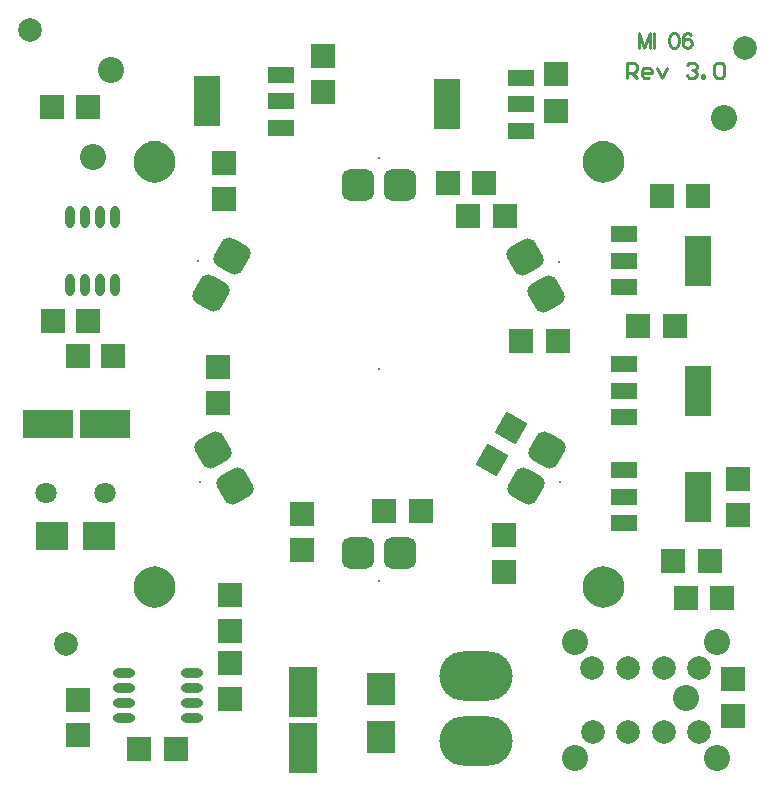
<source format=gts>
G04 Layer_Color=8388736*
%FSLAX44Y44*%
%MOMM*%
G71*
G01*
G75*
%ADD11C,2.0000*%
%ADD35C,0.2540*%
%ADD43C,2.2032*%
%ADD44R,2.2032X1.4032*%
%ADD45R,2.2032X4.2032*%
%ADD46R,2.0532X2.0532*%
%ADD47R,2.0532X2.0532*%
G04:AMPARAMS|DCode=48|XSize=2.7032mm|YSize=2.7032mm|CornerRadius=0.7266mm|HoleSize=0mm|Usage=FLASHONLY|Rotation=240.000|XOffset=0mm|YOffset=0mm|HoleType=Round|Shape=RoundedRectangle|*
%AMROUNDEDRECTD48*
21,1,2.7032,1.2500,0,0,240.0*
21,1,1.2500,2.7032,0,0,240.0*
1,1,1.4532,-0.8538,-0.2288*
1,1,1.4532,-0.2288,0.8538*
1,1,1.4532,0.8538,0.2288*
1,1,1.4532,0.2288,-0.8538*
%
%ADD48ROUNDEDRECTD48*%
G04:AMPARAMS|DCode=49|XSize=2.7032mm|YSize=2.7032mm|CornerRadius=0.7266mm|HoleSize=0mm|Usage=FLASHONLY|Rotation=120.000|XOffset=0mm|YOffset=0mm|HoleType=Round|Shape=RoundedRectangle|*
%AMROUNDEDRECTD49*
21,1,2.7032,1.2500,0,0,120.0*
21,1,1.2500,2.7032,0,0,120.0*
1,1,1.4532,0.2288,0.8538*
1,1,1.4532,0.8538,-0.2288*
1,1,1.4532,-0.2288,-0.8538*
1,1,1.4532,-0.8538,0.2288*
%
%ADD49ROUNDEDRECTD49*%
G04:AMPARAMS|DCode=50|XSize=2.7032mm|YSize=2.7032mm|CornerRadius=0.7266mm|HoleSize=0mm|Usage=FLASHONLY|Rotation=180.000|XOffset=0mm|YOffset=0mm|HoleType=Round|Shape=RoundedRectangle|*
%AMROUNDEDRECTD50*
21,1,2.7032,1.2500,0,0,180.0*
21,1,1.2500,2.7032,0,0,180.0*
1,1,1.4532,-0.6250,0.6250*
1,1,1.4532,0.6250,0.6250*
1,1,1.4532,0.6250,-0.6250*
1,1,1.4532,-0.6250,-0.6250*
%
%ADD50ROUNDEDRECTD50*%
%ADD51O,0.8032X1.9032*%
%ADD52C,1.2032*%
%ADD53R,2.4032X4.3532*%
%ADD54R,2.7032X2.3532*%
%ADD55R,2.1532X2.0532*%
%ADD56O,1.9032X0.8032*%
%ADD57R,2.3532X2.7032*%
%ADD58O,6.2032X4.2032*%
%ADD59P,2.9037X4X375.0*%
%ADD60R,2.0532X2.1532*%
%ADD61R,4.3532X2.4032*%
%ADD62C,0.2032*%
%ADD63C,2.0032*%
%ADD64C,1.8032*%
%ADD65C,3.2032*%
G36*
X1158631Y670947D02*
X1161929Y669946D01*
X1164969Y668321D01*
X1167634Y666134D01*
X1169821Y663469D01*
X1171446Y660429D01*
X1172447Y657131D01*
X1172785Y653700D01*
X1172447Y650269D01*
X1171446Y646971D01*
X1169821Y643931D01*
X1167634Y641266D01*
X1164969Y639079D01*
X1161929Y637454D01*
X1158631Y636453D01*
X1155200Y636115D01*
X1151769Y636453D01*
X1148471Y637454D01*
X1145430Y639079D01*
X1142766Y641266D01*
X1140579Y643931D01*
X1138954Y646971D01*
X1137953Y650269D01*
X1137615Y653700D01*
X1137953Y657131D01*
X1138954Y660429D01*
X1140579Y663469D01*
X1142766Y666134D01*
X1145430Y668321D01*
X1148471Y669946D01*
X1151769Y670947D01*
X1155200Y671285D01*
X1158631Y670947D01*
D02*
G37*
G36*
X778631D02*
X781929Y669946D01*
X784969Y668321D01*
X787634Y666134D01*
X789821Y663469D01*
X791446Y660429D01*
X792447Y657131D01*
X792785Y653700D01*
X792447Y650269D01*
X791446Y646971D01*
X789821Y643931D01*
X787634Y641266D01*
X784969Y639079D01*
X781929Y637454D01*
X778631Y636453D01*
X775200Y636115D01*
X771769Y636453D01*
X768471Y637454D01*
X765431Y639079D01*
X762766Y641266D01*
X760579Y643931D01*
X758954Y646971D01*
X757953Y650269D01*
X757615Y653700D01*
X757953Y657131D01*
X758954Y660429D01*
X760579Y663469D01*
X762766Y666134D01*
X765431Y668321D01*
X768471Y669946D01*
X771769Y670947D01*
X775200Y671285D01*
X778631Y670947D01*
D02*
G37*
G36*
X1158631Y1030947D02*
X1161929Y1029946D01*
X1164969Y1028321D01*
X1167634Y1026134D01*
X1169821Y1023469D01*
X1171446Y1020429D01*
X1172447Y1017131D01*
X1172785Y1013700D01*
X1172447Y1010269D01*
X1171446Y1006971D01*
X1169821Y1003931D01*
X1167634Y1001266D01*
X1164969Y999079D01*
X1161929Y997454D01*
X1158631Y996453D01*
X1155200Y996115D01*
X1151769Y996453D01*
X1148471Y997454D01*
X1145430Y999079D01*
X1142766Y1001266D01*
X1140579Y1003931D01*
X1138954Y1006971D01*
X1137953Y1010269D01*
X1137615Y1013700D01*
X1137953Y1017131D01*
X1138954Y1020429D01*
X1140579Y1023469D01*
X1142766Y1026134D01*
X1145430Y1028321D01*
X1148471Y1029946D01*
X1151769Y1030947D01*
X1155200Y1031285D01*
X1158631Y1030947D01*
D02*
G37*
G36*
X778631D02*
X781929Y1029946D01*
X784969Y1028321D01*
X787634Y1026134D01*
X789821Y1023469D01*
X791446Y1020429D01*
X792447Y1017131D01*
X792785Y1013700D01*
X792447Y1010269D01*
X791446Y1006971D01*
X789821Y1003931D01*
X787634Y1001266D01*
X784969Y999079D01*
X781929Y997454D01*
X778631Y996453D01*
X775200Y996115D01*
X771769Y996453D01*
X768471Y997454D01*
X765431Y999079D01*
X762766Y1001266D01*
X760579Y1003931D01*
X758954Y1006971D01*
X757953Y1010269D01*
X757615Y1013700D01*
X757953Y1017131D01*
X758954Y1020429D01*
X760579Y1023469D01*
X762766Y1026134D01*
X765431Y1028321D01*
X768471Y1029946D01*
X771769Y1030947D01*
X775200Y1031285D01*
X778631Y1030947D01*
D02*
G37*
D11*
X670000Y1125000D02*
D03*
X1275000Y1110000D02*
D03*
X700000Y605000D02*
D03*
D35*
X1185000Y1122697D02*
Y1110000D01*
Y1122697D02*
X1189837Y1110000D01*
X1194674Y1122697D02*
X1189837Y1110000D01*
X1194674Y1122697D02*
Y1110000D01*
X1198302Y1122697D02*
Y1110000D01*
X1214566Y1122697D02*
X1212753Y1122093D01*
X1211543Y1120279D01*
X1210939Y1117256D01*
Y1115442D01*
X1211543Y1112419D01*
X1212753Y1110605D01*
X1214566Y1110000D01*
X1215776D01*
X1217590Y1110605D01*
X1218799Y1112419D01*
X1219404Y1115442D01*
Y1117256D01*
X1218799Y1120279D01*
X1217590Y1122093D01*
X1215776Y1122697D01*
X1214566D01*
X1229501Y1120883D02*
X1228896Y1122093D01*
X1227082Y1122697D01*
X1225873D01*
X1224059Y1122093D01*
X1222850Y1120279D01*
X1222245Y1117256D01*
Y1114232D01*
X1222850Y1111814D01*
X1224059Y1110605D01*
X1225873Y1110000D01*
X1226478D01*
X1228292Y1110605D01*
X1229501Y1111814D01*
X1230106Y1113628D01*
Y1114232D01*
X1229501Y1116046D01*
X1228292Y1117256D01*
X1226478Y1117860D01*
X1225873D01*
X1224059Y1117256D01*
X1222850Y1116046D01*
X1222245Y1114232D01*
X1175000Y1085000D02*
Y1097696D01*
X1181348D01*
X1183464Y1095580D01*
Y1091348D01*
X1181348Y1089232D01*
X1175000D01*
X1179232D02*
X1183464Y1085000D01*
X1194044D02*
X1189812D01*
X1187696Y1087116D01*
Y1091348D01*
X1189812Y1093464D01*
X1194044D01*
X1196160Y1091348D01*
Y1089232D01*
X1187696D01*
X1200392Y1093464D02*
X1204624Y1085000D01*
X1208856Y1093464D01*
X1225784Y1095580D02*
X1227899Y1097696D01*
X1232132D01*
X1234248Y1095580D01*
Y1093464D01*
X1232132Y1091348D01*
X1230015D01*
X1232132D01*
X1234248Y1089232D01*
Y1087116D01*
X1232132Y1085000D01*
X1227899D01*
X1225784Y1087116D01*
X1238479Y1085000D02*
Y1087116D01*
X1240595D01*
Y1085000D01*
X1238479D01*
X1249059Y1095580D02*
X1251175Y1097696D01*
X1255407D01*
X1257523Y1095580D01*
Y1087116D01*
X1255407Y1085000D01*
X1251175D01*
X1249059Y1087116D01*
Y1095580D01*
D43*
X1225000Y560000D02*
D03*
X1257000Y1051000D02*
D03*
X723038Y1017771D02*
D03*
X738000Y1091000D02*
D03*
X1131000Y607000D02*
D03*
X1251250D02*
D03*
X1251250Y509000D02*
D03*
X1131250D02*
D03*
D44*
X1172500Y752500D02*
D03*
Y730000D02*
D03*
Y707500D02*
D03*
Y842500D02*
D03*
Y820000D02*
D03*
Y797500D02*
D03*
X882500Y1042500D02*
D03*
Y1065000D02*
D03*
Y1087500D02*
D03*
X1085750Y1040000D02*
D03*
Y1062500D02*
D03*
Y1085000D02*
D03*
X1172500Y952500D02*
D03*
Y930000D02*
D03*
Y907500D02*
D03*
D45*
X1235000Y730000D02*
D03*
Y820000D02*
D03*
X820000Y1065000D02*
D03*
X1023250Y1062500D02*
D03*
X1235000Y930000D02*
D03*
D46*
X1265000Y575500D02*
D03*
Y544500D02*
D03*
X1070750Y697500D02*
D03*
Y666500D02*
D03*
X829250Y809250D02*
D03*
Y840250D02*
D03*
X1269000Y745500D02*
D03*
Y714500D02*
D03*
X839000Y589500D02*
D03*
Y558500D02*
D03*
Y616000D02*
D03*
Y647000D02*
D03*
X900000Y684750D02*
D03*
Y715750D02*
D03*
X1115500Y1056750D02*
D03*
Y1087750D02*
D03*
X834000Y982000D02*
D03*
Y1013000D02*
D03*
X918000Y1072500D02*
D03*
Y1103500D02*
D03*
D47*
X1256000Y644000D02*
D03*
X1225000D02*
D03*
X1214500Y676000D02*
D03*
X1245500D02*
D03*
X1184500Y875000D02*
D03*
X1215500D02*
D03*
X1204500Y985000D02*
D03*
X1235500D02*
D03*
X719000Y1060000D02*
D03*
X688000D02*
D03*
X762250Y516500D02*
D03*
X793250D02*
D03*
X1054500Y995500D02*
D03*
X1023500D02*
D03*
X1085500Y862250D02*
D03*
X1116500D02*
D03*
X1000500Y718000D02*
D03*
X969500D02*
D03*
X1071750Y967750D02*
D03*
X1040750D02*
D03*
D48*
X1107331Y770038D02*
D03*
X1089331Y738862D02*
D03*
X822619Y902861D02*
D03*
X840619Y934038D02*
D03*
D49*
X842989Y738862D02*
D03*
X824989Y770038D02*
D03*
X1088750Y932750D02*
D03*
X1106750Y901573D02*
D03*
D50*
X983200Y682130D02*
D03*
X947200D02*
D03*
Y994270D02*
D03*
X983200D02*
D03*
D51*
X703950Y909500D02*
D03*
X716650D02*
D03*
X729350D02*
D03*
X742050D02*
D03*
X703950Y966500D02*
D03*
X716650D02*
D03*
X729350D02*
D03*
X742050D02*
D03*
D52*
X670000Y1125000D02*
D03*
X1275000Y1110000D02*
D03*
X700000Y605000D02*
D03*
D53*
X901000Y565000D02*
D03*
Y517000D02*
D03*
D54*
X688000Y697000D02*
D03*
X728000D02*
D03*
D55*
X710000Y528000D02*
D03*
Y558000D02*
D03*
D56*
X749750Y581050D02*
D03*
Y568350D02*
D03*
Y555650D02*
D03*
Y542950D02*
D03*
X806750Y581050D02*
D03*
Y568350D02*
D03*
Y555650D02*
D03*
Y542950D02*
D03*
D57*
X967000Y527000D02*
D03*
Y567000D02*
D03*
D58*
X1047250Y578000D02*
D03*
X1047750Y523500D02*
D03*
D59*
X1076750Y787923D02*
D03*
X1061250Y761077D02*
D03*
D60*
X719000Y879000D02*
D03*
X689000D02*
D03*
X710000Y849000D02*
D03*
X740000D02*
D03*
D61*
X733000Y792000D02*
D03*
X685000D02*
D03*
D62*
X1118250Y742950D02*
D03*
X811700Y929950D02*
D03*
X814070Y742950D02*
D03*
X965200Y659130D02*
D03*
X1117669Y928662D02*
D03*
X965200Y1017270D02*
D03*
Y838200D02*
D03*
D63*
X1236000Y584750D02*
D03*
X1206250Y585000D02*
D03*
X1176000D02*
D03*
X1146000Y584750D02*
D03*
X1236250Y531000D02*
D03*
X1206250Y531250D02*
D03*
X1176000Y531250D02*
D03*
X1146250Y531000D02*
D03*
D64*
X733000Y733000D02*
D03*
X683000D02*
D03*
D65*
X1034750Y523000D02*
D03*
Y578000D02*
D03*
M02*

</source>
